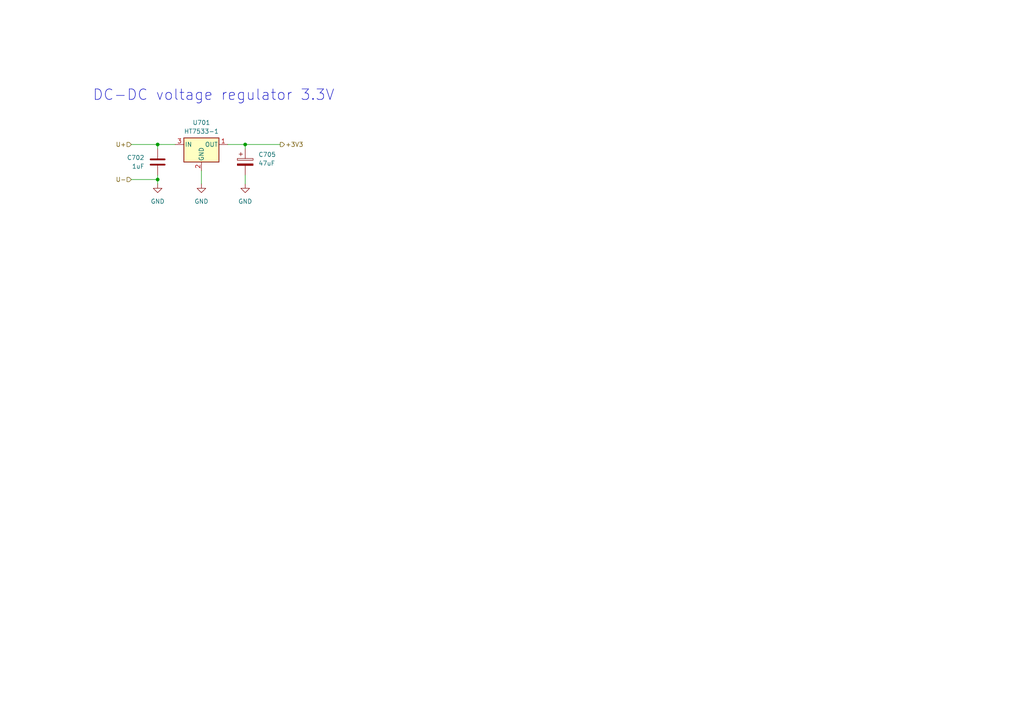
<source format=kicad_sch>
(kicad_sch (version 20231120) (generator "eeschema") (generator_version "7.99")
  (paper "A4")
  (lib_symbols
    (symbol "Device:C" (pin_numbers hide) (pin_names (offset 0.254))
      (property "Reference" "C" (at 0.635 2.54 0))
      (property "Value" "C" (at 0.635 -2.54 0))
      (symbol "C_0_1"
        (polyline (pts (xy -2.032 -0.762) (xy 2.032 -0.762)) (stroke (width 0.508)))
        (polyline (pts (xy -2.032 0.762) (xy 2.032 0.762)) (stroke (width 0.508)))
      )
      (symbol "C_1_1"
        (pin passive line (at 0 3.81 270) (length 2.794) (name "~") (number "1"))
        (pin passive line (at 0 -3.81 90) (length 2.794) (name "~") (number "2"))
      )
    )
    (symbol "Device:C_Polarized" (pin_numbers hide) (pin_names (offset 0.254))
      (property "Reference" "C" (at 0.635 2.54 0))
      (property "Value" "C_Polarized" (at 0.635 -2.54 0))
      (symbol "C_Polarized_0_1"
        (rectangle (start -2.286 0.508) (end 2.286 1.016))
        (polyline (pts (xy -1.778 2.286) (xy -0.762 2.286)))
        (polyline (pts (xy -1.27 2.794) (xy -1.27 1.778)))
        (rectangle (start 2.286 -0.508) (end -2.286 -1.016) (fill (type outline)))
      )
      (symbol "C_Polarized_1_1"
        (pin passive line (at 0 3.81 270) (length 2.794) (name "~") (number "1"))
        (pin passive line (at 0 -3.81 90) (length 2.794) (name "~") (number "2"))
      )
    )
    (symbol "Regulator_Linear:L78L33_SOT89" (pin_names (offset 0.254))
      (property "Reference" "U" (at -3.81 3.175 0))
      (property "Value" "L78L33_SOT89" (at -0.635 3.175 0))
      (symbol "L78L33_SOT89_0_1"
        (rectangle (start -5.08 1.905) (end 5.08 -5.08) (stroke (width 0.254)) (fill (type background)))
      )
      (symbol "L78L33_SOT89_1_1"
        (pin power_out line (at 7.62 0 180) (length 2.54) (name "OUT") (number "1"))
        (pin power_in line (at 0 -7.62 90) (length 2.54) (name "GND") (number "2"))
        (pin power_in line (at -7.62 0 0) (length 2.54) (name "IN") (number "3"))
      )
    )
    (symbol "power:GND" (power) (pin_names (offset 0))
      (property "Value" "GND" (at 0 -3.81 0))
      (symbol "GND_0_1"
        (polyline (pts (xy 0 0) (xy 0 -1.27) (xy 1.27 -1.27) (xy 0 -2.54) (xy -1.27 -1.27) (xy 0 -1.27)))
      )
      (symbol "GND_1_1"
        (pin power_in line (at 0 0 270) (length 0) hide (name "GND") (number "1"))
      )
    )
  )
  (junction (at 45.72 41.91))
  (junction (at 71.12 41.91))
  (junction (at 45.72 52.07))
  (wire (pts (xy 66.04 41.91) (xy 71.12 41.91)))
  (wire (pts (xy 58.42 49.53) (xy 58.42 53.34)))
  (wire (pts (xy 71.12 41.91) (xy 81.28 41.91)))
  (wire (pts (xy 45.72 43.18) (xy 45.72 41.91)))
  (wire (pts (xy 45.72 53.34) (xy 45.72 52.07)))
  (wire (pts (xy 38.1 52.07) (xy 45.72 52.07)))
  (wire (pts (xy 71.12 41.91) (xy 71.12 43.18)))
  (wire (pts (xy 38.1 41.91) (xy 45.72 41.91)))
  (wire (pts (xy 45.72 52.07) (xy 45.72 50.8)))
  (wire (pts (xy 45.72 41.91) (xy 50.8 41.91)))
  (wire (pts (xy 71.12 50.8) (xy 71.12 53.34)))
  (text "DC-DC voltage regulator 3.3V\n" (at 61.976 27.686 0) (effects (font (size 3.048 3.048))))
  (hierarchical_label "U-" (shape input) (at 38.1 52.07 180))
  (hierarchical_label "U+" (shape input) (at 38.1 41.91 180))
  (hierarchical_label "+3V3" (shape output) (at 81.28 41.91 0))
  (symbol (lib_id "Device:C_Polarized") (at 71.12 46.99 0) (unit 1) (in_bom no)
    (property "Reference" "C705" (at 74.93 44.831 0) (effects (justify left)))
    (property "Value" "47uF" (at 74.93 47.371 0) (effects (justify left)))
    (property "Footprint" "Capacitor_SMD:C_0805_2012Metric_Pad1.18x1.45mm_HandSolder" (effects (hide yes)))
    (property "Description" "Polarized capacitor" (effects (hide yes)))
    (property "LCSC" "C16780" (effects (hide yes)))
  )
  (symbol (lib_id "power:GND") (at 71.12 53.34 0) (unit 1)
    (property "Reference" "#PWR0704" (effects (hide yes)))
    (property "Value" "GND" (at 71.12 58.42 0))
    (property "Description" "Power symbol creates a global label with name \"GND\" , ground" (effects (hide yes)))
  )
  (symbol (lib_id "Regulator_Linear:L78L33_SOT89") (at 58.42 41.91 0) (unit 1)
    (property "Reference" "U701" (at 58.42 35.56 0))
    (property "Value" "HT7533-1" (at 58.42 38.1 0))
    (property "Footprint" "Package_TO_SOT_SMD:SOT-89-3" (effects (hide yes)))
    (property "Description" "Positive 100mA 30V Linear Regulator, Fixed Output 3.3V, SOT-89" (effects (hide yes)))
  )
  (symbol (lib_id "power:GND") (at 58.42 53.34 0) (unit 1)
    (property "Reference" "#PWR0702" (effects (hide yes)))
    (property "Value" "GND" (at 58.42 58.42 0))
    (property "Description" "Power symbol creates a global label with name \"GND\" , ground" (effects (hide yes)))
  )
  (symbol (lib_id "Device:C") (at 45.72 46.99 0) (mirror y) (unit 1) (in_bom no)
    (property "Reference" "C702" (at 41.91 45.72 0) (effects (justify left)))
    (property "Value" "1uF" (at 41.91 48.26 0) (effects (justify left)))
    (property "Footprint" "Capacitor_SMD:C_0402_1005Metric_Pad0.74x0.62mm_HandSolder" (effects (hide yes)))
    (property "Description" "Unpolarized capacitor" (effects (hide yes)))
    (property "LCSC" "C52923" (effects (hide yes)))
  )
  (symbol (lib_id "power:GND") (at 45.72 53.34 0) (unit 1)
    (property "Reference" "#PWR0701" (effects (hide yes)))
    (property "Value" "GND" (at 45.72 58.42 0))
    (property "Description" "Power symbol creates a global label with name \"GND\" , ground" (effects (hide yes)))
  )
)
</source>
